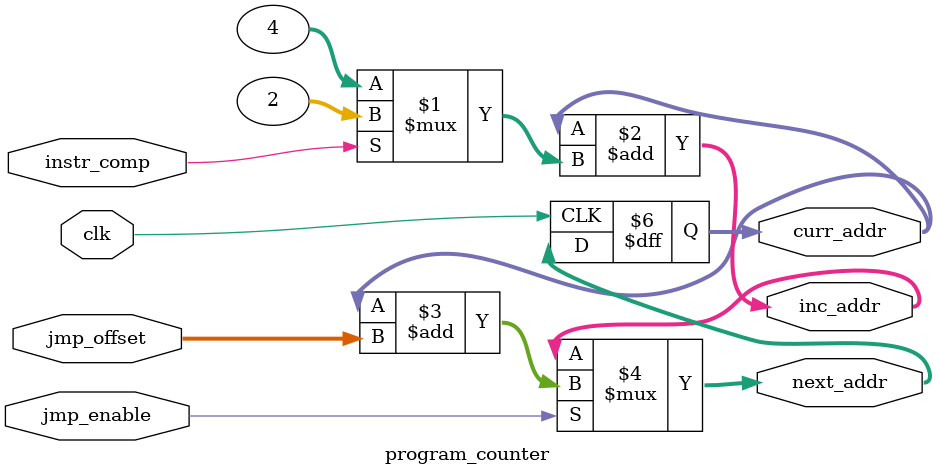
<source format=sv>
module program_counter #(
    parameter XLEN = 32
)(
    input clk,
    
    input instr_comp,
    output [XLEN-1:0] inc_addr,

    output reg [XLEN-1:0] curr_addr,
    
    input jmp_enable,
    input [XLEN-1:0] jmp_offset,

    output [XLEN-1:0] next_addr
);

    // Incremented address calculation
    assign inc_addr = curr_addr + (instr_comp ? 2 : 4);

    // Next address logic
    assign next_addr = jmp_enable ? (curr_addr + jmp_offset) : inc_addr;
    // PC register update
    always @(posedge clk) begin
        curr_addr <= next_addr;
    end
endmodule

</source>
